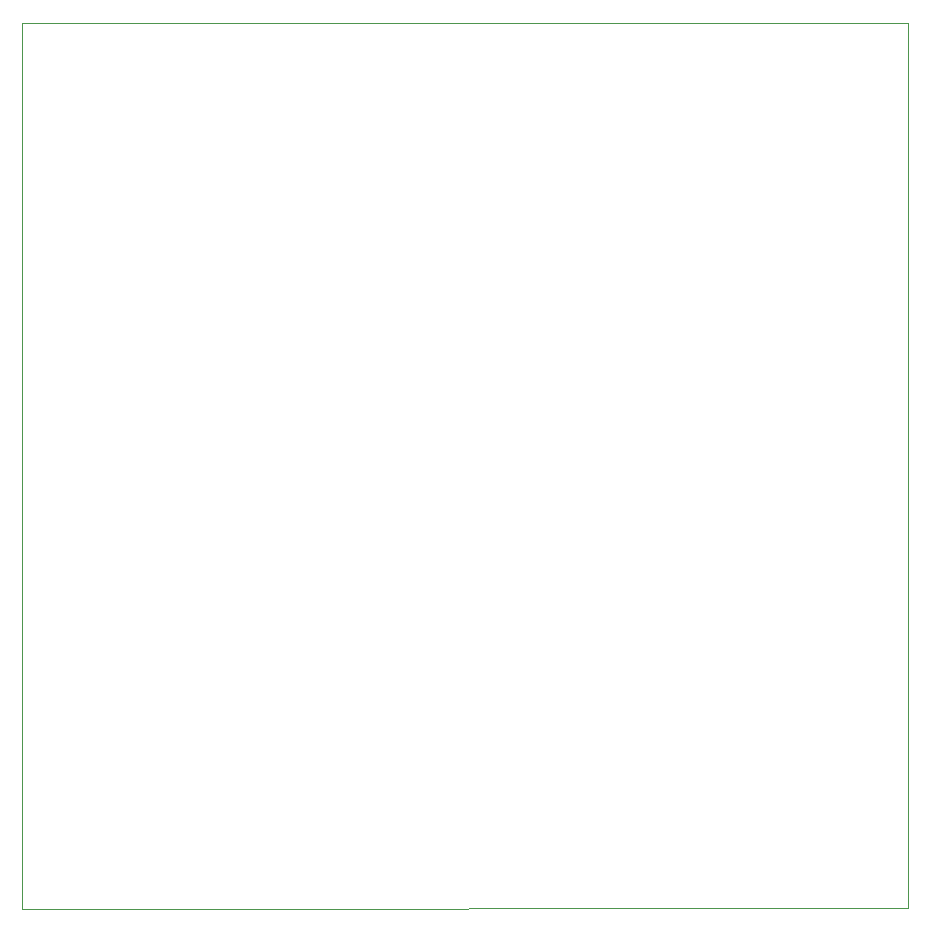
<source format=gbr>
%TF.GenerationSoftware,KiCad,Pcbnew,(5.1.10)-1*%
%TF.CreationDate,2021-07-11T18:10:03+05:30*%
%TF.ProjectId,pcb_flip,7063625f-666c-4697-902e-6b696361645f,rev?*%
%TF.SameCoordinates,Original*%
%TF.FileFunction,Profile,NP*%
%FSLAX46Y46*%
G04 Gerber Fmt 4.6, Leading zero omitted, Abs format (unit mm)*
G04 Created by KiCad (PCBNEW (5.1.10)-1) date 2021-07-11 18:10:03*
%MOMM*%
%LPD*%
G01*
G04 APERTURE LIST*
%TA.AperFunction,Profile*%
%ADD10C,0.050000*%
%TD*%
G04 APERTURE END LIST*
D10*
X131394500Y-114674500D02*
X56388000Y-114681000D01*
X131388000Y-39681000D02*
X131394500Y-114674500D01*
X56388000Y-39681000D02*
X131388000Y-39681000D01*
X56388000Y-114681000D02*
X56388000Y-39681000D01*
M02*

</source>
